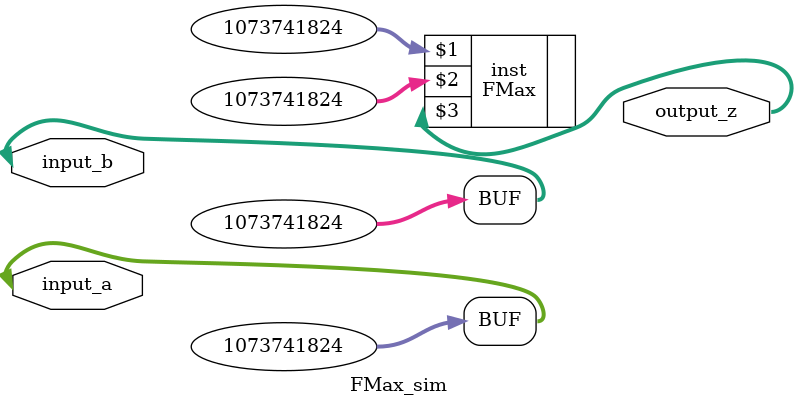
<source format=sv>
`timescale 1ns / 1ps


module FMax_sim(
		input reg [31:0] input_a,
		input reg [31:0] input_b,
        output logic [31:0] output_z

    );
    
    FMax inst(input_a, input_b, output_z);
    
    initial begin
                
            input_b = 32'h40000000;
            input_a = 32'h40a9999a;
            
            #10;
            
            input_a = 32'h40000000;
            input_b = 32'h40a9999a;
            
            #10;
            
            input_a = 32'h40000000;
            input_b = 32'h40200000;
            #15;
                        
            input_a = 32'h40000000;
            input_b = 32'h40000000;
            #15;
    end
endmodule

</source>
